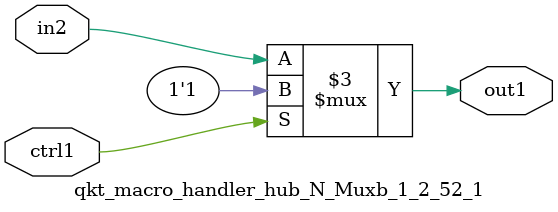
<source format=v>

`timescale 1ps / 1ps


module qkt_macro_handler_hub_N_Muxb_1_2_52_1( in2, ctrl1, out1 );

    input in2;
    input ctrl1;
    output out1;
    reg out1;

    
    // rtl_process:qkt_macro_handler_hub_N_Muxb_1_2_52_1/qkt_macro_handler_hub_N_Muxb_1_2_52_1_thread_1
    always @*
      begin : qkt_macro_handler_hub_N_Muxb_1_2_52_1_thread_1
        case (ctrl1) 
          1'b1: 
            begin
              out1 = 1'b1;
            end
          default: 
            begin
              out1 = in2;
            end
        endcase
      end

endmodule


</source>
